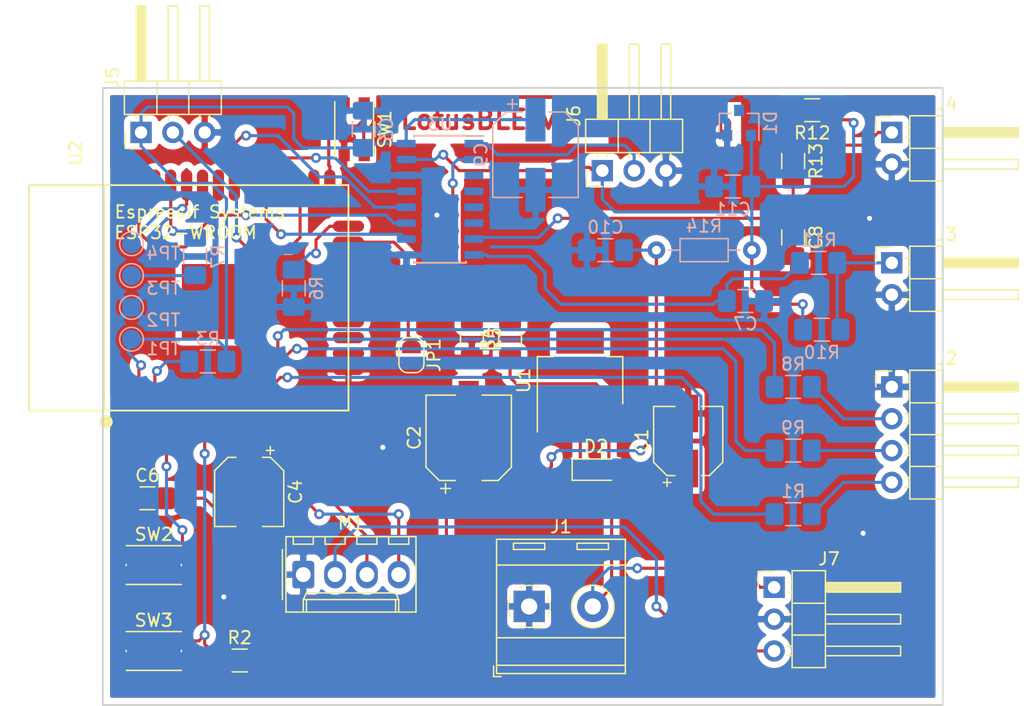
<source format=kicad_pcb>
(kicad_pcb (version 20171130) (host pcbnew 5.1.6-c6e7f7d~87~ubuntu20.04.1)
  (layers (0 F.Cu signal) (31 B.Cu signal) (34 B.Paste user) (35 F.Paste user) (36 B.SilkS user) (37 F.SilkS user) (38 B.Mask user) (39 F.Mask user) (44 Edge.Cuts user))
  (net 0 "")
  (net 1 GND)
  (net 2 +3V3)
  (net 3 /TXD)
  (net 4 /RXD)
  (net 5 /WEB_UPDATE)
  (net 6 /EN)
  (net 7 "Net-(R6-Pad2)")
  (net 8 "Net-(R7-Pad2)")
  (net 9 /IO0)
  (net 10 +12V)
  (net 11 /FAN_RPM)
  (net 12 /FAN_PWM)
  (net 13 /BUZZER)
  (net 14 /LED_B)
  (net 15 /LED_R)
  (net 16 /LED_G)
  (net 17 /VREF)
  (net 18 /PROBE1)
  (net 19 /PROBE2)
  (net 20 /ADC_DIN)
  (net 21 /ADC_DOUT)
  (net 22 /ADC_CLK)
  (net 23 /ADC_CS)
  (net 24 "Net-(J2-Pad3)")
  (net 25 "Net-(J2-Pad2)")
  (net 26 "Net-(J2-Pad4)")
  (net 27 /ADC_PROBE1)
  (net 28 /ADC_POTI)
  (net 29 /ADC_BATTERY)
  (net 30 /ADC_PROBE2)
  (net 31 "Net-(U2-Pad36)")
  (net 32 "Net-(U2-Pad33)")
  (net 33 "Net-(U2-Pad32)")
  (net 34 "Net-(U2-Pad28)")
  (net 35 "Net-(U2-Pad26)")
  (net 36 "Net-(JP1-Pad1)")
  (net 37 "Net-(U2-Pad22)")
  (net 38 "Net-(U2-Pad21)")
  (net 39 "Net-(U2-Pad20)")
  (net 40 "Net-(U2-Pad19)")
  (net 41 "Net-(U2-Pad18)")
  (net 42 "Net-(U2-Pad17)")
  (net 43 "Net-(U2-Pad16)")
  (net 44 "Net-(U2-Pad14)")
  (net 45 "Net-(U2-Pad13)")
  (net 46 "Net-(U2-Pad7)")
  (net 47 "Net-(U2-Pad5)")
  (net 48 "Net-(U2-Pad4)")
  (net 49 "Net-(U3-Pad3)")
  (net 50 "Net-(U3-Pad4)")
  (net 51 "Net-(U3-Pad5)")
  (net 52 "Net-(U3-Pad6)")
  (net 53 +BATT)
  (module TerminalBlock_RND:TerminalBlock_RND_205-00287_1x02_P5.08mm_Horizontal (layer F.Cu) (at 72.39 119.126)
    (fp_text reference J1 (at 2.54 -6.36) (layer F.SilkS))
    (fp_text value "Power Supply")
    (pad 1 thru_hole rect (at 0 0) (size 2.5 2.5) (drill 1.3) (layers *.Cu *.Mask) (net 1 GND))
    (pad 2 thru_hole circle (at 5.08 0) (size 2.5 2.5) (drill 1.3) (layers *.Cu *.Mask) (net 53 +BATT))
  )
  (module Resistor_SMD:R_1206_3216Metric_Pad1.42x1.75mm_HandSolder (layer B.Cu) (at 95.758 97.028)
    (fp_text reference R10 (at 0 1.82) (layer B.SilkS) (effects (justify mirror)))
    (fp_text value 47k)
    (pad 1 smd roundrect (at -1.4875 0) (size 1.425 1.75) (layers B.Cu B.Paste B.Mask) (roundrect_rratio 0.175439) (net 17 /VREF))
    (pad 2 smd roundrect (at 1.4875 0) (size 1.425 1.75) (layers B.Cu B.Paste B.Mask) (roundrect_rratio 0.175439) (net 18 /PROBE1))
  )
  (module ESP-32:ESP32-WROOM (layer F.Cu) (at 45.212 94.488 270)
    (fp_text reference U2 (at -11.557 9.017 270) (layer F.SilkS))
    (fp_text value ESP-32_WROOM32)
    (fp_text user "Espressif Systems" (at -6.858 -0.889) (layer F.SilkS))
    (fp_text user ESP32-WROOM (at -5.207 0.254) (layer F.SilkS))
    (pad 38 smd oval (at -9 5.25 270) (size 2.5 0.9) (layers F.Cu F.Paste F.Mask) (net 1 GND))
    (pad 37 smd oval (at -9 3.98 270) (size 2.5 0.9) (layers F.Cu F.Paste F.Mask) (net 20 /ADC_DIN))
    (pad 36 smd oval (at -9 2.71 270) (size 2.5 0.9) (layers F.Cu F.Paste F.Mask) (net 31 "Net-(U2-Pad36)"))
    (pad 35 smd oval (at -9 1.44 270) (size 2.5 0.9) (layers F.Cu F.Paste F.Mask) (net 8 "Net-(R7-Pad2)"))
    (pad 34 smd oval (at -9 0.17 270) (size 2.5 0.9) (layers F.Cu F.Paste F.Mask) (net 4 /RXD))
    (pad 33 smd oval (at -9 -1.1 270) (size 2.5 0.9) (layers F.Cu F.Paste F.Mask) (net 32 "Net-(U2-Pad33)"))
    (pad 32 smd oval (at -9 -2.37 270) (size 2.5 0.9) (layers F.Cu F.Paste F.Mask) (net 33 "Net-(U2-Pad32)"))
    (pad 31 smd oval (at -9 -3.64 270) (size 2.5 0.9) (layers F.Cu F.Paste F.Mask) (net 21 /ADC_DOUT))
    (pad 30 smd oval (at -9 -4.91 270) (size 2.5 0.9) (layers F.Cu F.Paste F.Mask) (net 22 /ADC_CLK))
    (pad 29 smd oval (at -9 -6.18 270) (size 2.5 0.9) (layers F.Cu F.Paste F.Mask) (net 23 /ADC_CS))
    (pad 28 smd oval (at -9 -7.45 270) (size 2.5 0.9) (layers F.Cu F.Paste F.Mask) (net 34 "Net-(U2-Pad28)"))
    (pad 27 smd oval (at -9 -8.72 270) (size 2.5 0.9) (layers F.Cu F.Paste F.Mask) (net 13 /BUZZER))
    (pad 26 smd oval (at -9 -9.99 270) (size 2.5 0.9) (layers F.Cu F.Paste F.Mask) (net 35 "Net-(U2-Pad26)"))
    (pad 25 smd oval (at -9 -11.26 270) (size 2.5 0.9) (layers F.Cu F.Paste F.Mask) (net 9 /IO0))
    (pad 24 smd oval (at -5.715 -12.75 270) (size 0.9 2.5) (layers F.Cu F.Paste F.Mask) (net 7 "Net-(R6-Pad2)"))
    (pad 23 smd oval (at -4.445 -12.75 270) (size 0.9 2.5) (layers F.Cu F.Paste F.Mask) (net 36 "Net-(JP1-Pad1)"))
    (pad 22 smd oval (at -3.175 -12.75 270) (size 0.9 2.5) (layers F.Cu F.Paste F.Mask) (net 37 "Net-(U2-Pad22)"))
    (pad 21 smd oval (at -1.905 -12.75 270) (size 0.9 2.5) (layers F.Cu F.Paste F.Mask) (net 38 "Net-(U2-Pad21)"))
    (pad 20 smd oval (at -0.635 -12.75 270) (size 0.9 2.5) (layers F.Cu F.Paste F.Mask) (net 39 "Net-(U2-Pad20)"))
    (pad 19 smd oval (at 0.635 -12.75 270) (size 0.9 2.5) (layers F.Cu F.Paste F.Mask) (net 40 "Net-(U2-Pad19)"))
    (pad 18 smd oval (at 1.905 -12.75 270) (size 0.9 2.5) (layers F.Cu F.Paste F.Mask) (net 41 "Net-(U2-Pad18)"))
    (pad 17 smd oval (at 3.175 -12.75 270) (size 0.9 2.5) (layers F.Cu F.Paste F.Mask) (net 42 "Net-(U2-Pad17)"))
    (pad 16 smd oval (at 4.445 -12.75 270) (size 0.9 2.5) (layers F.Cu F.Paste F.Mask) (net 43 "Net-(U2-Pad16)"))
    (pad 15 smd oval (at 5.715 -12.75 270) (size 0.9 2.5) (layers F.Cu F.Paste F.Mask) (net 1 GND))
    (pad 14 smd oval (at 9 -11.26 270) (size 2.5 0.9) (layers F.Cu F.Paste F.Mask) (net 44 "Net-(U2-Pad14)"))
    (pad 13 smd oval (at 9 -9.99 270) (size 2.5 0.9) (layers F.Cu F.Paste F.Mask) (net 45 "Net-(U2-Pad13)"))
    (pad 12 smd oval (at 9 -8.72 270) (size 2.5 0.9) (layers F.Cu F.Paste F.Mask) (net 11 /FAN_RPM))
    (pad 11 smd oval (at 9 -7.45 270) (size 2.5 0.9) (layers F.Cu F.Paste F.Mask) (net 12 /FAN_PWM))
    (pad 10 smd oval (at 9 -6.18 270) (size 2.5 0.9) (layers F.Cu F.Paste F.Mask) (net 14 /LED_B))
    (pad 9 smd oval (at 9 -4.91 270) (size 2.5 0.9) (layers F.Cu F.Paste F.Mask) (net 16 /LED_G))
    (pad 8 smd oval (at 9 -3.64 270) (size 2.5 0.9) (layers F.Cu F.Paste F.Mask) (net 15 /LED_R))
    (pad 7 smd oval (at 9 -2.37 270) (size 2.5 0.9) (layers F.Cu F.Paste F.Mask) (net 46 "Net-(U2-Pad7)"))
    (pad 6 smd oval (at 9 -1.1 270) (size 2.5 0.9) (layers F.Cu F.Paste F.Mask) (net 5 /WEB_UPDATE))
    (pad 5 smd oval (at 9 0.17 270) (size 2.5 0.9) (layers F.Cu F.Paste F.Mask) (net 47 "Net-(U2-Pad5)"))
    (pad 4 smd oval (at 9 1.44 270) (size 2.5 0.9) (layers F.Cu F.Paste F.Mask) (net 48 "Net-(U2-Pad4)"))
    (pad 3 smd oval (at 9 2.71 270) (size 2.5 0.9) (layers F.Cu F.Paste F.Mask) (net 6 /EN))
    (pad 2 smd oval (at 9 3.98 270) (size 2.5 0.9) (layers F.Cu F.Paste F.Mask) (net 2 +3V3))
    (pad 1 smd oval (at 9 5.25 270) (size 2.5 0.9) (layers F.Cu F.Paste F.Mask) (net 1 GND))
    (pad 39 smd rect (at 0.3 -2.45 270) (size 6 6) (layers F.Cu F.Paste F.Mask))
  )
  (module Capacitor_SMD:CP_Elec_5x4.4 (layer F.Cu) (at 85.09 105.918 90)
    (fp_text reference C1 (at 0 -3.7 90) (layer F.SilkS))
    (fp_text value 10µF)
    (pad 1 smd rect (at -2.2 0 90) (size 3 1.6) (layers F.Cu F.Paste F.Mask) (net 53 +BATT))
    (pad 2 smd rect (at 2.2 0 90) (size 3 1.6) (layers F.Cu F.Paste F.Mask) (net 1 GND))
  )
  (module Capacitor_SMD:CP_Elec_6.3x5.4 (layer F.Cu) (at 67.564 105.664 90)
    (fp_text reference C2 (at 0 -4.35 90) (layer F.SilkS))
    (fp_text value 100µF)
    (pad 1 smd rect (at -2.8 0 90) (size 3.5 1.6) (layers F.Cu F.Paste F.Mask) (net 2 +3V3))
    (pad 2 smd rect (at 2.8 0 90) (size 3.5 1.6) (layers F.Cu F.Paste F.Mask) (net 1 GND))
  )
  (module Capacitor_SMD:C_1206_3216Metric_Pad1.42x1.75mm_HandSolder (layer B.Cu) (at 59.182 81.026 90)
    (fp_text reference C3 (at 0 1.82 90) (layer B.SilkS) (effects (justify mirror)))
    (fp_text value 100nF)
    (pad 1 smd roundrect (at -1.4875 0 90) (size 1.425 1.75) (layers B.Cu B.Paste B.Mask) (roundrect_rratio 0.175439) (net 2 +3V3))
    (pad 2 smd roundrect (at 1.4875 0 90) (size 1.425 1.75) (layers B.Cu B.Paste B.Mask) (roundrect_rratio 0.175439) (net 1 GND))
  )
  (module Capacitor_SMD:CP_Elec_5x4.4 (layer F.Cu) (at 50.038 109.982 270)
    (fp_text reference C4 (at 0 -3.7 270) (layer F.SilkS))
    (fp_text value 10µF)
    (pad 2 smd rect (at 2.2 0 270) (size 3 1.6) (layers F.Cu F.Paste F.Mask) (net 1 GND))
    (pad 1 smd rect (at -2.2 0 270) (size 3 1.6) (layers F.Cu F.Paste F.Mask) (net 2 +3V3))
  )
  (module Capacitor_SMD:C_1206_3216Metric_Pad1.42x1.75mm_HandSolder (layer F.Cu) (at 41.91 110.49)
    (fp_text reference C6 (at 0 -1.82) (layer F.SilkS))
    (fp_text value 100nF)
    (pad 1 smd roundrect (at -1.4875 0) (size 1.425 1.75) (layers F.Cu F.Paste F.Mask) (roundrect_rratio 0.175439) (net 1 GND))
    (pad 2 smd roundrect (at 1.4875 0) (size 1.425 1.75) (layers F.Cu F.Paste F.Mask) (roundrect_rratio 0.175439) (net 2 +3V3))
  )
  (module Diode_SMD:D_SOD-323_HandSoldering (layer F.Cu) (at 77.724 108.204)
    (fp_text reference D2 (at 0 -1.85) (layer F.SilkS))
    (fp_text value DIODE)
    (pad 1 smd rect (at -1.25 0) (size 1 1) (layers F.Cu F.Paste F.Mask) (net 2 +3V3))
    (pad 2 smd rect (at 1.25 0) (size 1 1) (layers F.Cu F.Paste F.Mask) (net 53 +BATT))
  )
  (module Resistor_SMD:R_1206_3216Metric_Pad1.42x1.75mm_HandSolder (layer B.Cu) (at 93.472 111.76 180)
    (fp_text reference R1 (at 0 1.82 180) (layer B.SilkS) (effects (justify mirror)))
    (fp_text value 6.8)
    (pad 2 smd roundrect (at 1.4875 0 180) (size 1.425 1.75) (layers B.Cu B.Paste B.Mask) (roundrect_rratio 0.175439) (net 14 /LED_B))
    (pad 1 smd roundrect (at -1.4875 0 180) (size 1.425 1.75) (layers B.Cu B.Paste B.Mask) (roundrect_rratio 0.175439) (net 26 "Net-(J2-Pad4)"))
  )
  (module Resistor_SMD:R_1206_3216Metric_Pad1.42x1.75mm_HandSolder (layer F.Cu) (at 49.276 123.444)
    (fp_text reference R2 (at 0 -1.82) (layer F.SilkS))
    (fp_text value 10k)
    (pad 1 smd roundrect (at -1.4875 0) (size 1.425 1.75) (layers F.Cu F.Paste F.Mask) (roundrect_rratio 0.175439) (net 5 /WEB_UPDATE))
    (pad 2 smd roundrect (at 1.4875 0) (size 1.425 1.75) (layers F.Cu F.Paste F.Mask) (roundrect_rratio 0.175439) (net 2 +3V3))
  )
  (module Resistor_SMD:R_1206_3216Metric_Pad1.42x1.75mm_HandSolder (layer B.Cu) (at 46.736 99.568 180)
    (fp_text reference R3 (at 0 1.82 180) (layer B.SilkS) (effects (justify mirror)))
    (fp_text value 10k)
    (pad 1 smd roundrect (at -1.4875 0 180) (size 1.425 1.75) (layers B.Cu B.Paste B.Mask) (roundrect_rratio 0.175439) (net 2 +3V3))
    (pad 2 smd roundrect (at 1.4875 0 180) (size 1.425 1.75) (layers B.Cu B.Paste B.Mask) (roundrect_rratio 0.175439) (net 6 /EN))
  )
  (module Resistor_SMD:R_1206_3216Metric_Pad1.42x1.75mm_HandSolder (layer F.Cu) (at 70.866 97.79 90)
    (fp_text reference R4 (at 0 -1.82 90) (layer F.SilkS))
    (fp_text value 10k)
    (pad 2 smd roundrect (at 1.4875 0 90) (size 1.425 1.75) (layers F.Cu F.Paste F.Mask) (roundrect_rratio 0.175439) (net 29 /ADC_BATTERY))
    (pad 1 smd roundrect (at -1.4875 0 90) (size 1.425 1.75) (layers F.Cu F.Paste F.Mask) (roundrect_rratio 0.175439) (net 53 +BATT))
  )
  (module Resistor_SMD:R_1206_3216Metric_Pad1.42x1.75mm_HandSolder (layer F.Cu) (at 67.818 97.79 270)
    (fp_text reference R5 (at 0 -1.82 270) (layer F.SilkS))
    (fp_text value 1k)
    (pad 1 smd roundrect (at -1.4875 0 270) (size 1.425 1.75) (layers F.Cu F.Paste F.Mask) (roundrect_rratio 0.175439) (net 29 /ADC_BATTERY))
    (pad 2 smd roundrect (at 1.4875 0 270) (size 1.425 1.75) (layers F.Cu F.Paste F.Mask) (roundrect_rratio 0.175439) (net 1 GND))
  )
  (module Resistor_SMD:R_1206_3216Metric_Pad1.42x1.75mm_HandSolder (layer B.Cu) (at 53.594 93.726 90)
    (fp_text reference R6 (at 0 1.82 90) (layer B.SilkS) (effects (justify mirror)))
    (fp_text value 5k)
    (pad 1 smd roundrect (at -1.4875 0 90) (size 1.425 1.75) (layers B.Cu B.Paste B.Mask) (roundrect_rratio 0.175439) (net 1 GND))
    (pad 2 smd roundrect (at 1.4875 0 90) (size 1.425 1.75) (layers B.Cu B.Paste B.Mask) (roundrect_rratio 0.175439) (net 7 "Net-(R6-Pad2)"))
  )
  (module Resistor_SMD:R_1206_3216Metric_Pad1.42x1.75mm_HandSolder (layer B.Cu) (at 45.72 91.186 90)
    (fp_text reference R7 (at 0 1.82 90) (layer B.SilkS) (effects (justify mirror)))
    (fp_text value 470)
    (pad 2 smd roundrect (at 1.4875 0 90) (size 1.425 1.75) (layers B.Cu B.Paste B.Mask) (roundrect_rratio 0.175439) (net 8 "Net-(R7-Pad2)"))
    (pad 1 smd roundrect (at -1.4875 0 90) (size 1.425 1.75) (layers B.Cu B.Paste B.Mask) (roundrect_rratio 0.175439) (net 3 /TXD))
  )
  (module Button_Switch_SMD:SW_SPST_KMR2 (layer F.Cu) (at 58.42 81.026 270)
    (fp_text reference SW1 (at 0 -2.45 270) (layer F.SilkS))
    (fp_text value Prog)
    (pad 2 smd rect (at 2.05 0.8) (size 0.9 1) (layers F.Cu F.Paste F.Mask) (net 1 GND))
    (pad 1 smd rect (at 2.05 -0.8) (size 0.9 1) (layers F.Cu F.Paste F.Mask) (net 9 /IO0))
    (pad 2 smd rect (at -2.05 0.8) (size 0.9 1) (layers F.Cu F.Paste F.Mask) (net 1 GND))
    (pad 1 smd rect (at -2.05 -0.8) (size 0.9 1) (layers F.Cu F.Paste F.Mask) (net 9 /IO0))
  )
  (module Button_Switch_SMD:SW_SPST_KMR2 (layer F.Cu) (at 42.418 115.824)
    (fp_text reference SW2 (at 0 -2.45) (layer F.SilkS))
    (fp_text value Reset)
    (pad 1 smd rect (at -2.05 -0.8 90) (size 0.9 1) (layers F.Cu F.Paste F.Mask) (net 6 /EN))
    (pad 2 smd rect (at -2.05 0.8 90) (size 0.9 1) (layers F.Cu F.Paste F.Mask) (net 1 GND))
    (pad 1 smd rect (at 2.05 -0.8 90) (size 0.9 1) (layers F.Cu F.Paste F.Mask) (net 6 /EN))
    (pad 2 smd rect (at 2.05 0.8 90) (size 0.9 1) (layers F.Cu F.Paste F.Mask) (net 1 GND))
  )
  (module Button_Switch_SMD:SW_SPST_KMR2 (layer F.Cu) (at 42.418 122.682)
    (fp_text reference SW3 (at 0 -2.45) (layer F.SilkS))
    (fp_text value Webupdate)
    (pad 1 smd rect (at -2.05 -0.8 90) (size 0.9 1) (layers F.Cu F.Paste F.Mask) (net 5 /WEB_UPDATE))
    (pad 2 smd rect (at -2.05 0.8 90) (size 0.9 1) (layers F.Cu F.Paste F.Mask) (net 1 GND))
    (pad 1 smd rect (at 2.05 -0.8 90) (size 0.9 1) (layers F.Cu F.Paste F.Mask) (net 5 /WEB_UPDATE))
    (pad 2 smd rect (at 2.05 0.8 90) (size 0.9 1) (layers F.Cu F.Paste F.Mask) (net 1 GND))
  )
  (module Package_TO_SOT_SMD:SOT-223 (layer F.Cu) (at 76.454 101.092 90)
    (fp_text reference U1 (at 0 -4.5 90) (layer F.SilkS))
    (fp_text value LM1117-3.3)
    (pad 4 smd rect (at 3.15 0 90) (size 2 3.8) (layers F.Cu F.Paste F.Mask))
    (pad 2 smd rect (at -3.15 0 90) (size 2 1.5) (layers F.Cu F.Paste F.Mask) (net 2 +3V3))
    (pad 3 smd rect (at -3.15 2.3 90) (size 2 1.5) (layers F.Cu F.Paste F.Mask) (net 53 +BATT))
    (pad 1 smd rect (at -3.15 -2.3 90) (size 2 1.5) (layers F.Cu F.Paste F.Mask) (net 1 GND))
  )
  (module TestPoint:TestPoint_Pad_D1.5mm (layer B.Cu) (at 40.64 95.25)
    (fp_text reference TP2 (at 2.54 1.016) (layer B.SilkS) (effects (justify mirror)))
    (fp_text value TestPoint hide)
    (pad 1 smd circle (at 0 0) (size 1.5 1.5) (layers B.Cu B.Mask) (net 1 GND))
  )
  (module Resistor_SMD:R_1206_3216Metric_Pad1.42x1.75mm_HandSolder (layer B.Cu) (at 93.472 101.6 180)
    (fp_text reference R8 (at 0 1.82 180) (layer B.SilkS) (effects (justify mirror)))
    (fp_text value 56)
    (pad 1 smd roundrect (at -1.4875 0 180) (size 1.425 1.75) (layers B.Cu B.Paste B.Mask) (roundrect_rratio 0.175439) (net 25 "Net-(J2-Pad2)"))
    (pad 2 smd roundrect (at 1.4875 0 180) (size 1.425 1.75) (layers B.Cu B.Paste B.Mask) (roundrect_rratio 0.175439) (net 15 /LED_R))
  )
  (module Resistor_SMD:R_1206_3216Metric_Pad1.42x1.75mm_HandSolder (layer B.Cu) (at 93.472 106.68 180)
    (fp_text reference R9 (at 0 1.82 180) (layer B.SilkS) (effects (justify mirror)))
    (fp_text value 6.8)
    (pad 2 smd roundrect (at 1.4875 0 180) (size 1.425 1.75) (layers B.Cu B.Paste B.Mask) (roundrect_rratio 0.175439) (net 16 /LED_G))
    (pad 1 smd roundrect (at -1.4875 0 180) (size 1.425 1.75) (layers B.Cu B.Paste B.Mask) (roundrect_rratio 0.175439) (net 24 "Net-(J2-Pad3)"))
  )
  (module Capacitor_SMD:C_1206_3216Metric_Pad1.42x1.75mm_HandSolder (layer B.Cu) (at 89.662 94.742)
    (fp_text reference C7 (at 0 1.82) (layer B.SilkS) (effects (justify mirror)))
    (fp_text value 100nF)
    (pad 1 smd roundrect (at -1.4875 0) (size 1.425 1.75) (layers B.Cu B.Paste B.Mask) (roundrect_rratio 0.175439) (net 27 /ADC_PROBE1))
    (pad 2 smd roundrect (at 1.4875 0) (size 1.425 1.75) (layers B.Cu B.Paste B.Mask) (roundrect_rratio 0.175439) (net 1 GND))
  )
  (module Capacitor_SMD:C_1206_3216Metric_Pad1.42x1.75mm_HandSolder (layer F.Cu) (at 93.472 89.662 270)
    (fp_text reference C8 (at 0 -1.82 270) (layer F.SilkS))
    (fp_text value 100nF)
    (pad 2 smd roundrect (at 1.4875 0 270) (size 1.425 1.75) (layers F.Cu F.Paste F.Mask) (roundrect_rratio 0.175439) (net 1 GND))
    (pad 1 smd roundrect (at -1.4875 0 270) (size 1.425 1.75) (layers F.Cu F.Paste F.Mask) (roundrect_rratio 0.175439) (net 30 /ADC_PROBE2))
  )
  (module Capacitor_SMD:CP_Elec_6.3x5.4 (layer B.Cu) (at 72.898 83.058 270)
    (fp_text reference C9 (at 0 4.35 270) (layer B.SilkS) (effects (justify mirror)))
    (fp_text value 10µF)
    (pad 1 smd rect (at -2.8 0 270) (size 3.5 1.6) (layers B.Cu B.Paste B.Mask) (net 2 +3V3))
    (pad 2 smd rect (at 2.8 0 270) (size 3.5 1.6) (layers B.Cu B.Paste B.Mask) (net 1 GND))
  )
  (module Capacitor_SMD:C_1206_3216Metric_Pad1.42x1.75mm_HandSolder (layer B.Cu) (at 78.486 90.678 180)
    (fp_text reference C10 (at 0 1.82 180) (layer B.SilkS) (effects (justify mirror)))
    (fp_text value 100nF)
    (pad 1 smd roundrect (at -1.4875 0 180) (size 1.425 1.75) (layers B.Cu B.Paste B.Mask) (roundrect_rratio 0.175439) (net 2 +3V3))
    (pad 2 smd roundrect (at 1.4875 0 180) (size 1.425 1.75) (layers B.Cu B.Paste B.Mask) (roundrect_rratio 0.175439) (net 1 GND))
  )
  (module Capacitor_SMD:C_1206_3216Metric_Pad1.42x1.75mm_HandSolder (layer B.Cu) (at 88.646 85.598)
    (fp_text reference C11 (at 0 1.82) (layer B.SilkS) (effects (justify mirror)))
    (fp_text value 100nF)
    (pad 2 smd roundrect (at 1.4875 0) (size 1.425 1.75) (layers B.Cu B.Paste B.Mask) (roundrect_rratio 0.175439) (net 17 /VREF))
    (pad 1 smd roundrect (at -1.4875 0) (size 1.425 1.75) (layers B.Cu B.Paste B.Mask) (roundrect_rratio 0.175439) (net 1 GND))
  )
  (module Resistor_SMD:R_1206_3216Metric_Pad1.42x1.75mm_HandSolder (layer B.Cu) (at 95.504 91.694 180)
    (fp_text reference R11 (at 0 1.82 180) (layer B.SilkS) (effects (justify mirror)))
    (fp_text value 1k)
    (pad 2 smd roundrect (at 1.4875 0 180) (size 1.425 1.75) (layers B.Cu B.Paste B.Mask) (roundrect_rratio 0.175439) (net 27 /ADC_PROBE1))
    (pad 1 smd roundrect (at -1.4875 0 180) (size 1.425 1.75) (layers B.Cu B.Paste B.Mask) (roundrect_rratio 0.175439) (net 18 /PROBE1))
  )
  (module Resistor_SMD:R_1206_3216Metric_Pad1.42x1.75mm_HandSolder (layer F.Cu) (at 94.996 79.502 180)
    (fp_text reference R12 (at 0 -1.82 180) (layer F.SilkS))
    (fp_text value 47k)
    (pad 2 smd roundrect (at 1.4875 0 180) (size 1.425 1.75) (layers F.Cu F.Paste F.Mask) (roundrect_rratio 0.175439) (net 19 /PROBE2))
    (pad 1 smd roundrect (at -1.4875 0 180) (size 1.425 1.75) (layers F.Cu F.Paste F.Mask) (roundrect_rratio 0.175439) (net 17 /VREF))
  )
  (module Resistor_SMD:R_1206_3216Metric_Pad1.42x1.75mm_HandSolder (layer F.Cu) (at 93.472 83.566 270)
    (fp_text reference R13 (at 0 -1.82 270) (layer F.SilkS))
    (fp_text value 1k)
    (pad 1 smd roundrect (at -1.4875 0 270) (size 1.425 1.75) (layers F.Cu F.Paste F.Mask) (roundrect_rratio 0.175439) (net 19 /PROBE2))
    (pad 2 smd roundrect (at 1.4875 0 270) (size 1.425 1.75) (layers F.Cu F.Paste F.Mask) (roundrect_rratio 0.175439) (net 30 /ADC_PROBE2))
  )
  (module Package_SO:SOIC-16_3.9x9.9mm_P1.27mm (layer B.Cu) (at 65.278 86.614 180)
    (fp_text reference U3 (at 0 6 180) (layer B.SilkS) (effects (justify mirror)))
    (fp_text value MCP3208)
    (pad 1 smd rect (at -2.7 4.445 180) (size 1.5 0.6) (layers B.Cu B.Paste B.Mask) (net 28 /ADC_POTI))
    (pad 2 smd rect (at -2.7 3.175 180) (size 1.5 0.6) (layers B.Cu B.Paste B.Mask) (net 29 /ADC_BATTERY))
    (pad 3 smd rect (at -2.7 1.905 180) (size 1.5 0.6) (layers B.Cu B.Paste B.Mask) (net 49 "Net-(U3-Pad3)"))
    (pad 4 smd rect (at -2.7 0.635 180) (size 1.5 0.6) (layers B.Cu B.Paste B.Mask) (net 50 "Net-(U3-Pad4)"))
    (pad 5 smd rect (at -2.7 -0.635 180) (size 1.5 0.6) (layers B.Cu B.Paste B.Mask) (net 51 "Net-(U3-Pad5)"))
    (pad 6 smd rect (at -2.7 -1.905 180) (size 1.5 0.6) (layers B.Cu B.Paste B.Mask) (net 52 "Net-(U3-Pad6)"))
    (pad 7 smd rect (at -2.7 -3.175 180) (size 1.5 0.6) (layers B.Cu B.Paste B.Mask) (net 30 /ADC_PROBE2))
    (pad 8 smd rect (at -2.7 -4.445 180) (size 1.5 0.6) (layers B.Cu B.Paste B.Mask) (net 27 /ADC_PROBE1))
    (pad 9 smd rect (at 2.7 -4.445 180) (size 1.5 0.6) (layers B.Cu B.Paste B.Mask) (net 1 GND))
    (pad 10 smd rect (at 2.7 -3.175 180) (size 1.5 0.6) (layers B.Cu B.Paste B.Mask) (net 23 /ADC_CS))
    (pad 11 smd rect (at 2.7 -1.905 180) (size 1.5 0.6) (layers B.Cu B.Paste B.Mask) (net 20 /ADC_DIN))
    (pad 12 smd rect (at 2.7 -0.635 180) (size 1.5 0.6) (layers B.Cu B.Paste B.Mask) (net 21 /ADC_DOUT))
    (pad 13 smd rect (at 2.7 0.635 180) (size 1.5 0.6) (layers B.Cu B.Paste B.Mask) (net 22 /ADC_CLK))
    (pad 14 smd rect (at 2.7 1.905 180) (size 1.5 0.6) (layers B.Cu B.Paste B.Mask) (net 1 GND))
    (pad 15 smd rect (at 2.7 3.175 180) (size 1.5 0.6) (layers B.Cu B.Paste B.Mask) (net 17 /VREF))
    (pad 16 smd rect (at 2.7 4.445 180) (size 1.5 0.6) (layers B.Cu B.Paste B.Mask) (net 2 +3V3))
  )
  (module TestPoint:TestPoint_Pad_D1.5mm (layer B.Cu) (at 40.64 97.79)
    (fp_text reference TP1 (at 2.54 0.762) (layer B.SilkS) (effects (justify mirror)))
    (fp_text value TestPoint hide)
    (pad 1 smd circle (at 0 0) (size 1.5 1.5) (layers B.Cu B.Mask) (net 2 +3V3))
  )
  (module TestPoint:TestPoint_Pad_D1.5mm (layer B.Cu) (at 40.64 92.71)
    (fp_text reference TP3 (at 2.54 1.016) (layer B.SilkS) (effects (justify mirror)))
    (fp_text value TestPoint hide)
    (pad 1 smd circle (at 0 0) (size 1.5 1.5) (layers B.Cu B.Mask) (net 3 /TXD))
  )
  (module TestPoint:TestPoint_Pad_D1.5mm (layer B.Cu) (at 40.64 90.17)
    (fp_text reference TP4 (at 2.54 0.762) (layer B.SilkS) (effects (justify mirror)))
    (fp_text value TestPoint hide)
    (pad 1 smd circle (at 0 0) (size 1.5 1.5) (layers B.Cu B.Mask) (net 4 /RXD))
  )
  (module Package_TO_SOT_SMD:SOT-23 (layer B.Cu) (at 89.154 80.518 90)
    (fp_text reference D1 (at 0 2.5 90) (layer B.SilkS) (effects (justify mirror)))
    (fp_text value LM4040DIM3-2.5)
    (pad 1 smd rect (at -1 0.95 90) (size 0.9 0.8) (layers B.Cu B.Paste B.Mask) (net 17 /VREF))
    (pad 2 smd rect (at -1 -0.95 90) (size 0.9 0.8) (layers B.Cu B.Paste B.Mask) (net 1 GND))
    (pad 3 smd rect (at 1 0 90) (size 0.9 0.8) (layers B.Cu B.Paste B.Mask))
  )
  (module Resistor_THT:R_Axial_DIN0204_L3.6mm_D1.6mm_P7.62mm_Horizontal (layer B.Cu) (at 90.17 90.678 180)
    (fp_text reference R14 (at 3.81 1.92 180) (layer B.SilkS) (effects (justify mirror)))
    (fp_text value 2.32k)
    (pad 1 thru_hole circle (at 0 0 180) (size 1.4 1.4) (drill 0.7) (layers *.Cu *.Mask) (net 17 /VREF))
    (pad 2 thru_hole oval (at 7.62 0 180) (size 1.4 1.4) (drill 0.7) (layers *.Cu *.Mask) (net 2 +3V3))
  )
  (module Connector_Molex:Molex_KK-254_AE-6410-04A_1x04_P2.54mm_Vertical (layer F.Cu) (at 54.356 116.586)
    (fp_text reference M1 (at 3.81 -4.12) (layer F.SilkS))
    (fp_text value Fan_4pin)
    (pad 1 thru_hole roundrect (at 0 0) (size 1.74 2.19) (drill 1.19) (layers *.Cu *.Mask) (roundrect_rratio 0.143678) (net 1 GND))
    (pad 2 thru_hole oval (at 2.54 0) (size 1.74 2.19) (drill 1.19) (layers *.Cu *.Mask) (net 10 +12V))
    (pad 3 thru_hole oval (at 5.08 0) (size 1.74 2.19) (drill 1.19) (layers *.Cu *.Mask) (net 11 /FAN_RPM))
    (pad 4 thru_hole oval (at 7.62 0) (size 1.74 2.19) (drill 1.19) (layers *.Cu *.Mask) (net 12 /FAN_PWM))
  )
  (module Connector_PinHeader_2.54mm:PinHeader_1x04_P2.54mm_Horizontal (layer F.Cu) (at 101.346 101.6)
    (fp_text reference J2 (at 4.385 -2.27) (layer F.SilkS))
    (fp_text value LED)
    (pad 1 thru_hole rect (at 0 0) (size 1.7 1.7) (drill 1) (layers *.Cu *.Mask) (net 1 GND))
    (pad 2 thru_hole oval (at 0 2.54) (size 1.7 1.7) (drill 1) (layers *.Cu *.Mask) (net 25 "Net-(J2-Pad2)"))
    (pad 3 thru_hole oval (at 0 5.08) (size 1.7 1.7) (drill 1) (layers *.Cu *.Mask) (net 24 "Net-(J2-Pad3)"))
    (pad 4 thru_hole oval (at 0 7.62) (size 1.7 1.7) (drill 1) (layers *.Cu *.Mask) (net 26 "Net-(J2-Pad4)"))
  )
  (module Connector_PinHeader_2.54mm:PinHeader_1x02_P2.54mm_Horizontal (layer F.Cu) (at 101.346 91.694)
    (fp_text reference J3 (at 4.385 -2.27) (layer F.SilkS))
    (fp_text value "Probe 1")
    (pad 1 thru_hole rect (at 0 0) (size 1.7 1.7) (drill 1) (layers *.Cu *.Mask) (net 18 /PROBE1))
    (pad 2 thru_hole oval (at 0 2.54) (size 1.7 1.7) (drill 1) (layers *.Cu *.Mask) (net 1 GND))
  )
  (module Connector_PinHeader_2.54mm:PinHeader_1x02_P2.54mm_Horizontal (layer F.Cu) (at 101.346 81.28)
    (fp_text reference J4 (at 4.385 -2.27) (layer F.SilkS))
    (fp_text value "Probe 2")
    (pad 2 thru_hole oval (at 0 2.54) (size 1.7 1.7) (drill 1) (layers *.Cu *.Mask) (net 1 GND))
    (pad 1 thru_hole rect (at 0 0) (size 1.7 1.7) (drill 1) (layers *.Cu *.Mask) (net 19 /PROBE2))
  )
  (module Connector_PinHeader_2.54mm:PinHeader_1x03_P2.54mm_Horizontal (layer F.Cu) (at 41.402 81.28 90)
    (fp_text reference J5 (at 4.385 -2.27 90) (layer F.SilkS))
    (fp_text value Buzzer)
    (pad 3 thru_hole oval (at 0 5.08 90) (size 1.7 1.7) (drill 1) (layers *.Cu *.Mask) (net 1 GND))
    (pad 2 thru_hole oval (at 0 2.54 90) (size 1.7 1.7) (drill 1) (layers *.Cu *.Mask) (net 13 /BUZZER))
    (pad 1 thru_hole rect (at 0 0 90) (size 1.7 1.7) (drill 1) (layers *.Cu *.Mask) (net 2 +3V3))
  )
  (module Connector_PinHeader_2.54mm:PinHeader_1x03_P2.54mm_Horizontal (layer F.Cu) (at 78.232 84.328 90)
    (fp_text reference J6 (at 4.385 -2.27 90) (layer F.SilkS))
    (fp_text value Poti)
    (pad 3 thru_hole oval (at 0 5.08 90) (size 1.7 1.7) (drill 1) (layers *.Cu *.Mask) (net 1 GND))
    (pad 2 thru_hole oval (at 0 2.54 90) (size 1.7 1.7) (drill 1) (layers *.Cu *.Mask) (net 28 /ADC_POTI))
    (pad 1 thru_hole rect (at 0 0 90) (size 1.7 1.7) (drill 1) (layers *.Cu *.Mask) (net 17 /VREF))
  )
  (module Connector_PinHeader_2.54mm:PinHeader_1x03_P2.54mm_Horizontal (layer F.Cu) (at 91.948 117.602)
    (fp_text reference J7 (at 4.385 -2.27) (layer F.SilkS))
    (fp_text value "Step Up")
    (pad 1 thru_hole rect (at 0 0) (size 1.7 1.7) (drill 1) (layers *.Cu *.Mask) (net 53 +BATT))
    (pad 2 thru_hole oval (at 0 2.54) (size 1.7 1.7) (drill 1) (layers *.Cu *.Mask) (net 1 GND))
    (pad 3 thru_hole oval (at 0 5.08) (size 1.7 1.7) (drill 1) (layers *.Cu *.Mask) (net 10 +12V))
  )
  (module Jumper:SolderJumper-2_P1.3mm_Open_RoundedPad1.0x1.5mm (layer F.Cu) (at 62.992 99.06 270)
    (fp_text reference JP1 (at 0 -1.8 270) (layer F.SilkS))
    (fp_text value "Suppress Serial")
    (pad 1 smd custom (at -0.65 0 270) (size 1 0.5) (layers F.Cu F.Mask) (net 36 "Net-(JP1-Pad1)") (options (clearance outline) (anchor rect)) (primitives (gr_circle (center 0 0.25) (end 0.5 0.25) (width 0)) (gr_circle (center 0 -0.25) (end 0.5 -0.25) (width 0)) (gr_poly (pts (xy 0 -0.75) (xy 0.5 -0.75) (xy 0.5 0.75) (xy 0 0.75)) (width 0))))
    (pad 2 smd custom (at 0.65 0 270) (size 1 0.5) (layers F.Cu F.Mask) (net 1 GND) (options (clearance outline) (anchor rect)) (primitives (gr_circle (center 0 0.25) (end 0.5 0.25) (width 0)) (gr_circle (center 0 -0.25) (end 0.5 -0.25) (width 0)) (gr_poly (pts (xy 0 -0.75) (xy -0.5 -0.75) (xy -0.5 0.75) (xy 0 0.75)) (width 0))))
  )
  (gr_line (start 38.354 77.724) (end 105.41 77.724) (layer Edge.Cuts) (width 0.15))
  (gr_line (start 38.354 77.724) (end 38.354 127) (layer Edge.Cuts) (width 0.15))
  (gr_line (start 105.41 127) (end 38.354 127) (layer Edge.Cuts) (width 0.15))
  (gr_line (start 105.41 77.724) (end 105.41 127) (layer Edge.Cuts) (width 0.15))
  (gr_text "LotusBLE v1.0" (at 70.104 80.264) (layer F.Cu) (effects (font (size 1.5 1.5) (thickness 0.3))))
  (gr_text top (at 86.868 80.518) (layer F.Cu) (effects (font (size 1.5 1.5) (thickness 0.3))))
  (via (at 60.706 106.426) (size 0.8) (drill 0.4) (layers F.Cu B.Cu) (net 1))
  (via (at 99.06 113.284) (size 0.8) (drill 0.4) (layers F.Cu B.Cu) (net 1))
  (via (at 99.568 88.138) (size 0.8) (drill 0.4) (layers F.Cu B.Cu) (net 1))
  (via (at 65.024 87.884) (size 0.8) (drill 0.4) (layers F.Cu B.Cu) (net 1))
  (via (at 48.006 118.364) (size 0.8) (drill 0.4) (layers F.Cu B.Cu) (net 1))
  (segment (start 76.214 108.464) (end 76.474 108.204) (width 0.25) (layer F.Cu) (net 2))
  (segment (start 76.474 104.262) (end 76.454 104.242) (width 0.25) (layer F.Cu) (net 2))
  (segment (start 50.7635 123.444) (end 50.7635 122.469) (width 0.25) (layer F.Cu) (net 2))
  (segment (start 50.7635 123.444) (end 50.7635 117.0575) (width 0.25) (layer F.Cu) (net 2))
  (segment (start 50.7635 117.0575) (end 47.752 114.046) (width 0.25) (layer F.Cu) (net 2))
  (segment (start 50.038 107.974) (end 50.038 107.274) (width 0.25) (layer F.Cu) (net 2))
  (segment (start 47.752 110.26) (end 50.038 107.974) (width 0.25) (layer F.Cu) (net 2))
  (segment (start 40.386 98.85066) (end 41.402 99.86666) (width 0.25) (layer B.Cu) (net 2))
  (segment (start 40.386 97.79) (end 40.386 98.85066) (width 0.25) (layer B.Cu) (net 2))
  (via (at 41.402 99.86666) (size 0.8) (drill 0.4) (layers F.Cu B.Cu) (net 2))
  (segment (start 41.232 100.03666) (end 41.402 99.86666) (width 0.25) (layer F.Cu) (net 2))
  (segment (start 41.232 103.488) (end 41.232 100.03666) (width 0.25) (layer F.Cu) (net 2))
  (segment (start 41.44666 97.79) (end 40.386 97.79) (width 0.25) (layer B.Cu) (net 2))
  (segment (start 48.2235 98.593) (end 47.4205 97.79) (width 0.25) (layer B.Cu) (net 2))
  (segment (start 47.4205 97.79) (end 41.44666 97.79) (width 0.25) (layer B.Cu) (net 2))
  (segment (start 48.2235 99.568) (end 48.2235 98.593) (width 0.25) (layer B.Cu) (net 2))
  (segment (start 41.232 108.3245) (end 43.3975 110.49) (width 0.25) (layer F.Cu) (net 2))
  (segment (start 41.232 103.488) (end 41.232 108.3245) (width 0.25) (layer F.Cu) (net 2))
  (segment (start 46.482 110.49) (end 47.752 111.76) (width 0.25) (layer F.Cu) (net 2))
  (segment (start 43.3975 110.49) (end 46.482 110.49) (width 0.25) (layer F.Cu) (net 2))
  (segment (start 47.752 114.046) (end 47.752 111.76) (width 0.25) (layer F.Cu) (net 2))
  (segment (start 47.752 111.76) (end 47.752 110.26) (width 0.25) (layer F.Cu) (net 2))
  (segment (start 59.0185 82.169) (end 58.928 82.0785) (width 0.25) (layer B.Cu) (net 2))
  (segment (start 62.578 82.169) (end 59.0185 82.169) (width 0.25) (layer B.Cu) (net 2))
  (segment (start 79.9735 90.678) (end 82.55 90.678) (width 0.25) (layer B.Cu) (net 2))
  (segment (start 76.474 108.204) (end 76.474 107.188) (width 0.25) (layer F.Cu) (net 2))
  (segment (start 76.474 107.188) (end 76.474 104.262) (width 0.25) (layer F.Cu) (net 2))
  (segment (start 82.55 90.678) (end 82.55 91.667949) (width 0.25) (layer F.Cu) (net 2))
  (segment (start 82.55 91.667949) (end 82.55 105.156) (width 0.25) (layer F.Cu) (net 2))
  (segment (start 82.55 105.156) (end 82.55 105.41) (width 0.25) (layer F.Cu) (net 2))
  (via (at 81.28 106.68) (size 0.8) (drill 0.4) (layers F.Cu B.Cu) (net 2))
  (segment (start 82.55 105.41) (end 81.28 106.68) (width 0.25) (layer F.Cu) (net 2))
  (segment (start 81.28 106.68) (end 74.676 106.68) (width 0.25) (layer B.Cu) (net 2))
  (segment (start 74.676 106.68) (end 74.168 107.188) (width 0.25) (layer B.Cu) (net 2))
  (via (at 74.168 107.188) (size 0.8) (drill 0.4) (layers F.Cu B.Cu) (net 2))
  (segment (start 74.168 107.956) (end 73.66 108.464) (width 0.25) (layer F.Cu) (net 2))
  (segment (start 74.168 107.188) (end 74.168 107.956) (width 0.25) (layer F.Cu) (net 2))
  (segment (start 67.564 108.464) (end 73.66 108.464) (width 0.25) (layer F.Cu) (net 2))
  (segment (start 73.66 108.464) (end 76.214 108.464) (width 0.25) (layer F.Cu) (net 2))
  (segment (start 41.402 82.38) (end 44.366 85.344) (width 0.25) (layer B.Cu) (net 2))
  (segment (start 41.402 81.28) (end 41.402 82.38) (width 0.25) (layer B.Cu) (net 2))
  (segment (start 44.366 85.344) (end 46.99 85.344) (width 0.25) (layer B.Cu) (net 2))
  (segment (start 48.2235 86.5775) (end 48.2235 99.568) (width 0.25) (layer B.Cu) (net 2))
  (segment (start 46.99 85.344) (end 48.2235 86.5775) (width 0.25) (layer B.Cu) (net 2))
  (segment (start 72.898 80.258) (end 63.252 80.258) (width 0.25) (layer B.Cu) (net 2))
  (segment (start 62.578 80.932) (end 62.578 82.169) (width 0.25) (layer B.Cu) (net 2))
  (segment (start 63.252 80.258) (end 62.578 80.932) (width 0.25) (layer B.Cu) (net 2))
  (segment (start 54.3195 82.5135) (end 59.182 82.5135) (width 0.25) (layer B.Cu) (net 2))
  (segment (start 41.402 79.756) (end 41.91 79.248) (width 0.25) (layer B.Cu) (net 2))
  (segment (start 41.91 79.248) (end 53.086 79.248) (width 0.25) (layer B.Cu) (net 2))
  (segment (start 41.402 81.28) (end 41.402 79.756) (width 0.25) (layer B.Cu) (net 2))
  (segment (start 53.086 79.248) (end 53.594 79.756) (width 0.25) (layer B.Cu) (net 2))
  (segment (start 53.594 79.756) (end 53.594 81.788) (width 0.25) (layer B.Cu) (net 2))
  (segment (start 53.594 81.788) (end 54.3195 82.5135) (width 0.25) (layer B.Cu) (net 2))
  (segment (start 63.5 123.444) (end 50.7635 123.444) (width 0.25) (layer F.Cu) (net 2))
  (segment (start 64.77 122.174) (end 63.5 123.444) (width 0.25) (layer F.Cu) (net 2))
  (segment (start 66.514 108.464) (end 66.514 108.492) (width 0.25) (layer F.Cu) (net 2))
  (segment (start 66.514 108.492) (end 65.786 109.22) (width 0.25) (layer F.Cu) (net 2))
  (segment (start 65.786 116.586) (end 64.77 117.602) (width 0.25) (layer F.Cu) (net 2))
  (segment (start 67.564 108.464) (end 66.514 108.464) (width 0.25) (layer F.Cu) (net 2))
  (segment (start 65.786 109.22) (end 65.786 116.586) (width 0.25) (layer F.Cu) (net 2))
  (segment (start 64.77 117.602) (end 64.77 122.174) (width 0.25) (layer F.Cu) (net 2))
  (segment (start 45.6835 92.71) (end 45.72 92.6735) (width 0.25) (layer B.Cu) (net 3))
  (segment (start 40.386 92.71) (end 45.6835 92.71) (width 0.25) (layer B.Cu) (net 3))
  (segment (start 45.042 84.244) (end 44.958 84.328) (width 0.25) (layer F.Cu) (net 4))
  (segment (start 40.386 90.17) (end 41.135999 89.420001) (width 0.25) (layer B.Cu) (net 4))
  (segment (start 41.135999 89.420001) (end 43.18 87.376) (width 0.25) (layer B.Cu) (net 4))
  (via (at 44.704 87.376) (size 0.8) (drill 0.4) (layers F.Cu B.Cu) (net 4))
  (segment (start 43.18 87.376) (end 44.704 87.376) (width 0.25) (layer B.Cu) (net 4))
  (segment (start 45.042 87.038) (end 44.704 87.376) (width 0.25) (layer F.Cu) (net 4))
  (segment (start 45.042 85.488) (end 45.042 87.038) (width 0.25) (layer F.Cu) (net 4))
  (segment (start 41.118 121.882) (end 44.468 121.882) (width 0.25) (layer F.Cu) (net 5))
  (segment (start 40.368 121.882) (end 41.118 121.882) (width 0.25) (layer F.Cu) (net 5))
  (via (at 46.482 121.412) (size 0.8) (drill 0.4) (layers F.Cu B.Cu) (net 5))
  (segment (start 44.468 121.882) (end 46.012 121.882) (width 0.25) (layer F.Cu) (net 5))
  (segment (start 46.012 121.882) (end 46.482 121.412) (width 0.25) (layer F.Cu) (net 5))
  (segment (start 46.312 102.446) (end 46.482 102.616) (width 0.25) (layer F.Cu) (net 5))
  (segment (start 46.482 122.1375) (end 46.482 121.412) (width 0.25) (layer F.Cu) (net 5))
  (segment (start 47.7885 123.444) (end 46.482 122.1375) (width 0.25) (layer F.Cu) (net 5))
  (segment (start 46.482 121.412) (end 46.482 120.846315) (width 0.25) (layer B.Cu) (net 5))
  (via (at 46.482 106.934) (size 0.8) (drill 0.4) (layers F.Cu B.Cu) (net 5))
  (segment (start 46.482 120.846315) (end 46.482 106.934) (width 0.25) (layer B.Cu) (net 5))
  (segment (start 46.482 103.658) (end 46.312 103.488) (width 0.25) (layer F.Cu) (net 5))
  (segment (start 46.482 106.934) (end 46.482 103.658) (width 0.25) (layer F.Cu) (net 5))
  (segment (start 42.672 103.211) (end 42.672 102.616) (width 0.25) (layer F.Cu) (net 6))
  (segment (start 41.118 115.024) (end 44.468 115.024) (width 0.25) (layer F.Cu) (net 6))
  (segment (start 40.368 115.024) (end 41.118 115.024) (width 0.25) (layer F.Cu) (net 6))
  (segment (start 42.502 103.488) (end 42.502 100.5) (width 0.25) (layer F.Cu) (net 6))
  (via (at 42.672 100.33) (size 0.8) (drill 0.4) (layers F.Cu B.Cu) (net 6))
  (segment (start 42.502 100.5) (end 42.672 100.33) (width 0.25) (layer F.Cu) (net 6))
  (segment (start 43.434 99.568) (end 42.672 100.33) (width 0.25) (layer B.Cu) (net 6))
  (segment (start 45.2485 99.568) (end 43.434 99.568) (width 0.25) (layer B.Cu) (net 6))
  (segment (start 40.418 115.024) (end 40.368 115.024) (width 0.25) (layer F.Cu) (net 6))
  (segment (start 42.502 104.988) (end 43.434 105.92) (width 0.25) (layer F.Cu) (net 6))
  (segment (start 42.502 103.488) (end 42.502 104.988) (width 0.25) (layer F.Cu) (net 6))
  (via (at 43.434 107.95) (size 0.8) (drill 0.4) (layers F.Cu B.Cu) (net 6))
  (segment (start 43.434 105.92) (end 43.434 107.95) (width 0.25) (layer F.Cu) (net 6))
  (segment (start 43.434 107.95) (end 43.434 111.76) (width 0.25) (layer B.Cu) (net 6))
  (via (at 44.704 113.03) (size 0.8) (drill 0.4) (layers F.Cu B.Cu) (net 6))
  (segment (start 43.434 111.76) (end 44.704 113.03) (width 0.25) (layer B.Cu) (net 6))
  (segment (start 44.704 114.788) (end 44.468 115.024) (width 0.25) (layer F.Cu) (net 6))
  (segment (start 44.704 113.03) (end 44.704 114.788) (width 0.25) (layer F.Cu) (net 6))
  (segment (start 56.462 88.773) (end 55.372 89.863) (width 0.25) (layer F.Cu) (net 7))
  (segment (start 57.962 88.773) (end 56.462 88.773) (width 0.25) (layer F.Cu) (net 7))
  (via (at 55.372 90.932) (size 0.8) (drill 0.4) (layers F.Cu B.Cu) (net 7))
  (segment (start 55.372 89.863) (end 55.372 90.932) (width 0.25) (layer F.Cu) (net 7))
  (segment (start 54.9005 90.932) (end 53.594 92.2385) (width 0.25) (layer B.Cu) (net 7))
  (segment (start 55.372 90.932) (end 54.9005 90.932) (width 0.25) (layer B.Cu) (net 7))
  (segment (start 43.772 85.488) (end 43.772 88.984) (width 0.25) (layer F.Cu) (net 8))
  (via (at 43.942 89.154) (size 0.8) (drill 0.4) (layers F.Cu B.Cu) (net 8))
  (segment (start 43.772 88.984) (end 43.942 89.154) (width 0.25) (layer F.Cu) (net 8))
  (segment (start 45.1755 89.154) (end 45.72 89.6985) (width 0.25) (layer B.Cu) (net 8))
  (segment (start 43.942 89.154) (end 45.1755 89.154) (width 0.25) (layer B.Cu) (net 8))
  (segment (start 56.472 83.988) (end 56.388 83.904) (width 0.25) (layer F.Cu) (net 9))
  (segment (start 56.472 85.488) (end 56.472 83.988) (width 0.25) (layer F.Cu) (net 9))
  (segment (start 56.388 83.904) (end 56.388 81.788) (width 0.25) (layer F.Cu) (net 9))
  (segment (start 56.388 81.788) (end 57.404 80.772) (width 0.25) (layer F.Cu) (net 9))
  (segment (start 57.404 80.772) (end 58.674 80.772) (width 0.25) (layer F.Cu) (net 9))
  (segment (start 59.22 80.226) (end 59.22 78.976) (width 0.25) (layer F.Cu) (net 9))
  (segment (start 58.674 80.772) (end 59.22 80.226) (width 0.25) (layer F.Cu) (net 9))
  (segment (start 59.22 82.326) (end 59.182 82.288) (width 0.25) (layer F.Cu) (net 9))
  (segment (start 59.22 83.076) (end 59.22 82.326) (width 0.25) (layer F.Cu) (net 9))
  (segment (start 59.182 81.28) (end 58.674 80.772) (width 0.25) (layer F.Cu) (net 9))
  (segment (start 59.182 82.288) (end 59.182 81.28) (width 0.25) (layer F.Cu) (net 9))
  (segment (start 82.55 119.126) (end 82.55 119.126) (width 0.25) (layer B.Cu) (net 10))
  (segment (start 82.55 115.316) (end 80.01 112.776) (width 0.25) (layer B.Cu) (net 10))
  (segment (start 80.01 112.776) (end 58.674 112.776) (width 0.25) (layer B.Cu) (net 10))
  (segment (start 56.896 114.554) (end 56.896 116.586) (width 0.25) (layer B.Cu) (net 10))
  (segment (start 58.674 112.776) (end 56.896 114.554) (width 0.25) (layer B.Cu) (net 10))
  (segment (start 82.55 119.126) (end 86.106 122.682) (width 0.25) (layer F.Cu) (net 10))
  (segment (start 86.106 122.682) (end 91.948 122.682) (width 0.25) (layer F.Cu) (net 10))
  (segment (start 82.55 119.126) (end 82.55 115.316) (width 0.25) (layer B.Cu) (net 10))
  (via (at 82.55 119.126) (size 0.8) (drill 0.4) (layers F.Cu B.Cu) (net 10))
  (segment (start 53.932 108.034) (end 53.932 103.488) (width 0.25) (layer F.Cu) (net 11))
  (segment (start 59.436 116.586) (end 59.436 113.538) (width 0.25) (layer F.Cu) (net 11))
  (segment (start 59.436 113.538) (end 53.932 108.034) (width 0.25) (layer F.Cu) (net 11))
  (segment (start 52.662 103.488) (end 52.662 108.796) (width 0.25) (layer F.Cu) (net 12))
  (via (at 55.626 111.76) (size 0.8) (drill 0.4) (layers F.Cu B.Cu) (net 12))
  (segment (start 52.662 108.796) (end 55.626 111.76) (width 0.25) (layer F.Cu) (net 12))
  (segment (start 55.626 111.76) (end 61.976 111.76) (width 0.25) (layer B.Cu) (net 12))
  (via (at 61.976 111.76) (size 0.8) (drill 0.4) (layers F.Cu B.Cu) (net 12))
  (segment (start 61.976 116.586) (end 61.976 111.76) (width 0.25) (layer F.Cu) (net 12))
  (segment (start 53.932 86.988) (end 54.102 87.158) (width 0.25) (layer F.Cu) (net 13))
  (segment (start 53.932 85.488) (end 53.932 86.988) (width 0.25) (layer F.Cu) (net 13))
  (segment (start 54.102 87.158) (end 54.102 89.662) (width 0.25) (layer F.Cu) (net 13))
  (segment (start 54.102 89.662) (end 53.34 90.424) (width 0.25) (layer F.Cu) (net 13))
  (segment (start 53.34 90.424) (end 49.784 90.424) (width 0.25) (layer F.Cu) (net 13))
  (via (at 49.022 89.662) (size 0.8) (drill 0.4) (layers F.Cu B.Cu) (net 13))
  (segment (start 49.784 90.424) (end 49.022 89.662) (width 0.25) (layer F.Cu) (net 13))
  (segment (start 49.022 86.36) (end 43.942 81.28) (width 0.25) (layer B.Cu) (net 13))
  (segment (start 49.022 89.662) (end 49.022 86.36) (width 0.25) (layer B.Cu) (net 13))
  (segment (start 51.392 101.988) (end 52.542 100.838) (width 0.25) (layer F.Cu) (net 14))
  (segment (start 51.392 103.488) (end 51.392 101.988) (width 0.25) (layer F.Cu) (net 14))
  (via (at 53.086 100.838) (size 0.8) (drill 0.4) (layers F.Cu B.Cu) (net 14))
  (segment (start 52.542 100.838) (end 53.086 100.838) (width 0.25) (layer F.Cu) (net 14))
  (segment (start 87.122 111.76) (end 89.154 111.76) (width 0.25) (layer B.Cu) (net 14))
  (segment (start 86.106 110.744) (end 87.122 111.76) (width 0.25) (layer B.Cu) (net 14))
  (segment (start 89.154 111.76) (end 91.9845 111.76) (width 0.25) (layer B.Cu) (net 14))
  (segment (start 86.106 102.362) (end 86.106 110.744) (width 0.25) (layer B.Cu) (net 14))
  (segment (start 53.086 100.838) (end 84.582 100.838) (width 0.25) (layer B.Cu) (net 14))
  (segment (start 84.582 100.838) (end 86.106 102.362) (width 0.25) (layer B.Cu) (net 14))
  (segment (start 90.932 97.028) (end 91.9845 98.0805) (width 0.25) (layer B.Cu) (net 15))
  (segment (start 91.9845 98.0805) (end 91.9845 101.6) (width 0.25) (layer B.Cu) (net 15))
  (segment (start 64.008 97.028) (end 90.932 97.028) (width 0.25) (layer B.Cu) (net 15))
  (segment (start 64.008 97.028) (end 52.832 97.028) (width 0.25) (layer B.Cu) (net 15))
  (segment (start 52.832 97.028) (end 52.324 97.536) (width 0.25) (layer B.Cu) (net 15))
  (via (at 52.324 97.536) (size 0.8) (drill 0.4) (layers F.Cu B.Cu) (net 15))
  (segment (start 48.852 101.988) (end 48.852 103.488) (width 0.25) (layer F.Cu) (net 15))
  (segment (start 52.288 98.552) (end 48.852 101.988) (width 0.25) (layer F.Cu) (net 15))
  (segment (start 52.324 98.552) (end 52.288 98.552) (width 0.25) (layer F.Cu) (net 15))
  (segment (start 52.324 97.536) (end 52.324 98.552) (width 0.25) (layer F.Cu) (net 15))
  (segment (start 63.246 98.552) (end 87.884 98.552) (width 0.25) (layer B.Cu) (net 16))
  (segment (start 87.884 98.552) (end 88.9 99.568) (width 0.25) (layer B.Cu) (net 16))
  (segment (start 88.9 99.568) (end 88.9 105.918) (width 0.25) (layer B.Cu) (net 16))
  (segment (start 88.9 105.918) (end 89.662 106.68) (width 0.25) (layer B.Cu) (net 16))
  (segment (start 89.662 106.68) (end 91.9845 106.68) (width 0.25) (layer B.Cu) (net 16))
  (segment (start 63.246 98.552) (end 53.848 98.552) (width 0.25) (layer B.Cu) (net 16))
  (segment (start 50.122 101.988) (end 53.558 98.552) (width 0.25) (layer F.Cu) (net 16))
  (segment (start 50.122 103.488) (end 50.122 101.988) (width 0.25) (layer F.Cu) (net 16))
  (via (at 53.848 98.552) (size 0.8) (drill 0.4) (layers F.Cu B.Cu) (net 16))
  (segment (start 53.558 98.552) (end 53.848 98.552) (width 0.25) (layer F.Cu) (net 16))
  (segment (start 90.17 85.6345) (end 90.1335 85.598) (width 0.25) (layer B.Cu) (net 17))
  (segment (start 90.1335 81.5475) (end 90.104 81.518) (width 0.25) (layer B.Cu) (net 17))
  (segment (start 90.1335 85.598) (end 90.1335 81.5475) (width 0.25) (layer B.Cu) (net 17))
  (segment (start 89.408 87.63) (end 90.17 88.392) (width 0.25) (layer B.Cu) (net 17))
  (segment (start 90.17 90.678) (end 90.17 88.392) (width 0.25) (layer B.Cu) (net 17))
  (segment (start 90.17 88.392) (end 90.17 85.6345) (width 0.25) (layer B.Cu) (net 17))
  (segment (start 62.578 83.439) (end 63.578 83.439) (width 0.25) (layer B.Cu) (net 17))
  (segment (start 89.408 87.63) (end 79.248 87.63) (width 0.25) (layer B.Cu) (net 17))
  (segment (start 78.232 86.614) (end 78.232 84.328) (width 0.25) (layer B.Cu) (net 17))
  (segment (start 79.248 87.63) (end 78.232 86.614) (width 0.25) (layer B.Cu) (net 17))
  (segment (start 63.578 83.439) (end 64.897 83.439) (width 0.25) (layer B.Cu) (net 17))
  (via (at 65.532 83.058) (size 0.8) (drill 0.4) (layers F.Cu B.Cu) (net 17))
  (segment (start 64.897 83.439) (end 65.278 83.058) (width 0.25) (layer B.Cu) (net 17))
  (segment (start 65.278 83.058) (end 65.532 83.058) (width 0.25) (layer B.Cu) (net 17))
  (segment (start 77.47 84.328) (end 78.232 84.328) (width 0.25) (layer F.Cu) (net 17))
  (segment (start 77.216 84.074) (end 77.47 84.328) (width 0.25) (layer F.Cu) (net 17))
  (segment (start 74.93 84.074) (end 77.216 84.074) (width 0.25) (layer F.Cu) (net 17))
  (segment (start 74.676 84.328) (end 74.93 84.074) (width 0.25) (layer F.Cu) (net 17))
  (segment (start 66.802 84.328) (end 74.676 84.328) (width 0.25) (layer F.Cu) (net 17))
  (segment (start 65.532 83.058) (end 66.802 84.328) (width 0.25) (layer F.Cu) (net 17))
  (segment (start 97.254847 80.273347) (end 98.053347 80.273347) (width 0.25) (layer F.Cu) (net 17))
  (segment (start 96.4835 79.502) (end 97.254847 80.273347) (width 0.25) (layer F.Cu) (net 17))
  (via (at 98.298 80.518) (size 0.8) (drill 0.4) (layers F.Cu B.Cu) (net 17))
  (segment (start 98.053347 80.273347) (end 98.298 80.518) (width 0.25) (layer F.Cu) (net 17))
  (segment (start 97.536 85.598) (end 90.1335 85.598) (width 0.25) (layer B.Cu) (net 17))
  (segment (start 98.298 80.518) (end 98.298 84.836) (width 0.25) (layer B.Cu) (net 17))
  (segment (start 98.298 84.836) (end 97.536 85.598) (width 0.25) (layer B.Cu) (net 17))
  (segment (start 90.17 90.678) (end 90.17 93.726) (width 0.25) (layer F.Cu) (net 17))
  (segment (start 90.17 93.726) (end 91.44 94.996) (width 0.25) (layer F.Cu) (net 17))
  (via (at 94.234 94.996) (size 0.8) (drill 0.4) (layers F.Cu B.Cu) (net 17))
  (segment (start 91.44 94.996) (end 94.234 94.996) (width 0.25) (layer F.Cu) (net 17))
  (segment (start 94.234 96.9915) (end 94.2705 97.028) (width 0.25) (layer B.Cu) (net 17))
  (segment (start 94.234 94.996) (end 94.234 96.9915) (width 0.25) (layer B.Cu) (net 17))
  (segment (start 96.9915 91.694) (end 101.346 91.694) (width 0.25) (layer B.Cu) (net 18))
  (segment (start 96.9915 96.774) (end 97.2455 97.028) (width 0.25) (layer B.Cu) (net 18))
  (segment (start 96.9915 91.694) (end 96.9915 96.774) (width 0.25) (layer B.Cu) (net 18))
  (segment (start 93.472 79.5385) (end 93.5085 79.502) (width 0.25) (layer F.Cu) (net 19))
  (segment (start 93.472 82.0785) (end 93.472 79.5385) (width 0.25) (layer F.Cu) (net 19))
  (segment (start 94.447 82.0785) (end 93.472 82.0785) (width 0.25) (layer F.Cu) (net 19))
  (segment (start 94.488 82.1195) (end 94.447 82.0785) (width 0.25) (layer F.Cu) (net 19))
  (segment (start 94.488 82.296) (end 94.488 82.1195) (width 0.25) (layer F.Cu) (net 19))
  (segment (start 99.23 82.296) (end 94.488 82.296) (width 0.25) (layer F.Cu) (net 19))
  (segment (start 100.246 81.28) (end 99.23 82.296) (width 0.25) (layer F.Cu) (net 19))
  (segment (start 101.346 81.28) (end 100.246 81.28) (width 0.25) (layer F.Cu) (net 19))
  (segment (start 61.578 88.519) (end 60.943 87.884) (width 0.25) (layer B.Cu) (net 20))
  (segment (start 62.578 88.519) (end 61.578 88.519) (width 0.25) (layer B.Cu) (net 20))
  (via (at 49.784 87.884) (size 0.8) (drill 0.4) (layers F.Cu B.Cu) (net 20))
  (segment (start 60.943 87.884) (end 49.784 87.884) (width 0.25) (layer B.Cu) (net 20))
  (segment (start 49.784 87.884) (end 47.244 87.884) (width 0.25) (layer F.Cu) (net 20))
  (segment (start 47.244 87.884) (end 45.72 89.408) (width 0.25) (layer F.Cu) (net 20))
  (segment (start 45.72 89.408) (end 45.72 89.662) (width 0.25) (layer F.Cu) (net 20))
  (segment (start 45.72 89.662) (end 44.958 90.424) (width 0.25) (layer F.Cu) (net 20))
  (segment (start 44.958 90.424) (end 42.418 90.424) (width 0.25) (layer F.Cu) (net 20))
  (segment (start 41.232 89.238) (end 41.232 85.488) (width 0.25) (layer F.Cu) (net 20))
  (segment (start 42.418 90.424) (end 41.232 89.238) (width 0.25) (layer F.Cu) (net 20))
  (segment (start 48.852 83.988) (end 48.768 83.904) (width 0.25) (layer F.Cu) (net 21))
  (segment (start 48.852 85.488) (end 48.852 83.988) (width 0.25) (layer F.Cu) (net 21))
  (segment (start 48.768 83.904) (end 48.768 82.296) (width 0.25) (layer F.Cu) (net 21))
  (via (at 49.784 81.534) (size 0.8) (drill 0.4) (layers F.Cu B.Cu) (net 21))
  (segment (start 48.768 82.296) (end 49.53 81.534) (width 0.25) (layer F.Cu) (net 21))
  (segment (start 49.53 81.534) (end 49.784 81.534) (width 0.25) (layer F.Cu) (net 21))
  (segment (start 49.784 81.534) (end 52.324 81.534) (width 0.25) (layer B.Cu) (net 21))
  (segment (start 52.324 81.534) (end 55.626 84.836) (width 0.25) (layer B.Cu) (net 21))
  (segment (start 55.626 84.836) (end 57.658 84.836) (width 0.25) (layer B.Cu) (net 21))
  (segment (start 60.071 87.249) (end 62.578 87.249) (width 0.25) (layer B.Cu) (net 21))
  (segment (start 57.658 84.836) (end 60.071 87.249) (width 0.25) (layer B.Cu) (net 21))
  (via (at 55.372 83.312) (size 0.8) (drill 0.4) (layers F.Cu B.Cu) (net 22))
  (segment (start 55.372 83.312) (end 50.546 83.312) (width 0.25) (layer F.Cu) (net 22))
  (segment (start 50.122 83.736) (end 50.122 85.488) (width 0.25) (layer F.Cu) (net 22))
  (segment (start 50.546 83.312) (end 50.122 83.736) (width 0.25) (layer F.Cu) (net 22))
  (segment (start 56.896 83.312) (end 55.372 83.312) (width 0.25) (layer B.Cu) (net 22))
  (segment (start 62.578 85.979) (end 59.563 85.979) (width 0.25) (layer B.Cu) (net 22))
  (segment (start 59.563 85.979) (end 56.896 83.312) (width 0.25) (layer B.Cu) (net 22))
  (segment (start 51.392 85.488) (end 51.392 88.222) (width 0.25) (layer F.Cu) (net 23))
  (via (at 52.578 89.408) (size 0.8) (drill 0.4) (layers F.Cu B.Cu) (net 23))
  (segment (start 51.392 88.222) (end 52.578 89.408) (width 0.25) (layer F.Cu) (net 23))
  (segment (start 62.197 89.408) (end 62.578 89.789) (width 0.25) (layer B.Cu) (net 23))
  (segment (start 52.578 89.408) (end 62.197 89.408) (width 0.25) (layer B.Cu) (net 23))
  (segment (start 101.346 106.68) (end 94.9595 106.68) (width 0.25) (layer B.Cu) (net 24))
  (segment (start 97.4995 104.14) (end 94.9595 101.6) (width 0.25) (layer B.Cu) (net 25))
  (segment (start 101.346 104.14) (end 97.4995 104.14) (width 0.25) (layer B.Cu) (net 25))
  (segment (start 97.4995 109.22) (end 94.9595 111.76) (width 0.25) (layer B.Cu) (net 26))
  (segment (start 101.346 109.22) (end 97.4995 109.22) (width 0.25) (layer B.Cu) (net 26))
  (segment (start 87.122 94.996) (end 87.122 94.982) (width 0.25) (layer B.Cu) (net 27))
  (segment (start 74.93 94.996) (end 87.122 94.996) (width 0.25) (layer B.Cu) (net 27))
  (segment (start 67.978 91.059) (end 68.978 91.059) (width 0.25) (layer B.Cu) (net 27))
  (segment (start 68.978 91.059) (end 69.105 91.186) (width 0.25) (layer B.Cu) (net 27))
  (segment (start 87.122 94.982) (end 87.362 94.742) (width 0.25) (layer B.Cu) (net 27))
  (segment (start 72.39 91.186) (end 73.66 92.456) (width 0.25) (layer B.Cu) (net 27))
  (segment (start 69.105 91.186) (end 72.39 91.186) (width 0.25) (layer B.Cu) (net 27))
  (segment (start 87.362 94.742) (end 88.1745 94.742) (width 0.25) (layer B.Cu) (net 27))
  (segment (start 73.66 92.456) (end 73.66 93.726) (width 0.25) (layer B.Cu) (net 27))
  (segment (start 73.66 93.726) (end 74.93 94.996) (width 0.25) (layer B.Cu) (net 27))
  (segment (start 88.1745 94.742) (end 88.1745 93.4355) (width 0.25) (layer B.Cu) (net 27))
  (segment (start 88.1745 93.4355) (end 88.646 92.964) (width 0.25) (layer B.Cu) (net 27))
  (segment (start 92.7465 92.964) (end 94.0165 91.694) (width 0.25) (layer B.Cu) (net 27))
  (segment (start 88.646 92.964) (end 92.7465 92.964) (width 0.25) (layer B.Cu) (net 27))
  (segment (start 80.772 83.058) (end 80.772 84.328) (width 0.25) (layer B.Cu) (net 28))
  (segment (start 68.978 82.169) (end 69.867 83.058) (width 0.25) (layer B.Cu) (net 28))
  (segment (start 67.978 82.169) (end 68.978 82.169) (width 0.25) (layer B.Cu) (net 28))
  (segment (start 69.867 83.058) (end 75.438 83.058) (width 0.25) (layer B.Cu) (net 28))
  (segment (start 75.438 83.058) (end 76.2 82.296) (width 0.25) (layer B.Cu) (net 28))
  (segment (start 80.01 82.296) (end 80.772 83.058) (width 0.25) (layer B.Cu) (net 28))
  (segment (start 76.2 82.296) (end 80.01 82.296) (width 0.25) (layer B.Cu) (net 28))
  (via (at 66.294 85.344) (size 0.8) (drill 0.4) (layers F.Cu B.Cu) (net 29))
  (segment (start 66.675 83.439) (end 66.294 83.82) (width 0.25) (layer B.Cu) (net 29))
  (segment (start 67.978 83.439) (end 66.675 83.439) (width 0.25) (layer B.Cu) (net 29))
  (segment (start 66.294 83.82) (end 66.294 85.344) (width 0.25) (layer B.Cu) (net 29))
  (segment (start 69.891 96.3025) (end 67.818 96.3025) (width 0.25) (layer F.Cu) (net 29))
  (segment (start 70.866 96.3025) (end 69.891 96.3025) (width 0.25) (layer F.Cu) (net 29))
  (segment (start 66.294 85.344) (end 66.294 92.964) (width 0.25) (layer F.Cu) (net 29))
  (segment (start 67.818 94.488) (end 67.818 96.3025) (width 0.25) (layer F.Cu) (net 29))
  (segment (start 66.294 92.964) (end 67.818 94.488) (width 0.25) (layer F.Cu) (net 29))
  (segment (start 68.428 89.789) (end 68.555 89.662) (width 0.25) (layer B.Cu) (net 30))
  (segment (start 67.978 89.789) (end 68.428 89.789) (width 0.25) (layer B.Cu) (net 30))
  (segment (start 68.555 89.662) (end 73.152 89.662) (width 0.25) (layer B.Cu) (net 30))
  (segment (start 73.152 89.662) (end 74.676 88.138) (width 0.25) (layer B.Cu) (net 30))
  (via (at 74.676 88.138) (size 0.8) (drill 0.4) (layers F.Cu B.Cu) (net 30))
  (segment (start 74.676 88.138) (end 93.218 88.138) (width 0.25) (layer F.Cu) (net 30))
  (segment (start 93.472 87.362) (end 93.472 85.0535) (width 0.25) (layer F.Cu) (net 30))
  (segment (start 93.472 88.1745) (end 93.472 87.362) (width 0.25) (layer F.Cu) (net 30))
  (segment (start 62.992 97.81) (end 62.738 97.556) (width 0.25) (layer F.Cu) (net 36))
  (segment (start 62.992 98.41) (end 62.992 97.81) (width 0.25) (layer F.Cu) (net 36))
  (segment (start 62.738 97.556) (end 62.738 91.186) (width 0.25) (layer F.Cu) (net 36))
  (segment (start 61.595 90.043) (end 57.962 90.043) (width 0.25) (layer F.Cu) (net 36))
  (segment (start 62.738 91.186) (end 61.595 90.043) (width 0.25) (layer F.Cu) (net 36))
  (segment (start 43.9055 103.632) (end 43.9055 104.607) (width 0.25) (layer F.Cu) (net 48))
  (segment (start 85.004 108.204) (end 85.09 108.118) (width 0.25) (layer F.Cu) (net 53))
  (segment (start 78.974 108.204) (end 85.004 108.204) (width 0.25) (layer F.Cu) (net 53))
  (segment (start 70.838847 100.810847) (end 71.374 101.346) (width 0.25) (layer F.Cu) (net 53))
  (segment (start 71.374 101.346) (end 77.724 101.346) (width 0.25) (layer F.Cu) (net 53))
  (segment (start 78.754 102.376) (end 78.754 104.242) (width 0.25) (layer F.Cu) (net 53))
  (segment (start 77.724 101.346) (end 78.754 102.376) (width 0.25) (layer F.Cu) (net 53))
  (segment (start 78.974 117.622) (end 78.974 108.204) (width 0.25) (layer F.Cu) (net 53))
  (segment (start 70.866 100.783694) (end 70.866 99.2775) (width 0.25) (layer F.Cu) (net 53))
  (segment (start 70.838847 100.810847) (end 70.866 100.783694) (width 0.25) (layer F.Cu) (net 53))
  (segment (start 78.754 107.984) (end 78.974 108.204) (width 0.25) (layer F.Cu) (net 53))
  (segment (start 78.754 104.242) (end 78.754 107.984) (width 0.25) (layer F.Cu) (net 53))
  (segment (start 90.848 117.602) (end 89.324 116.078) (width 0.25) (layer F.Cu) (net 53))
  (segment (start 91.948 117.602) (end 90.848 117.602) (width 0.25) (layer F.Cu) (net 53))
  (via (at 81.026 116.078) (size 0.8) (drill 0.4) (layers F.Cu B.Cu) (net 53))
  (segment (start 89.324 116.078) (end 81.026 116.078) (width 0.25) (layer F.Cu) (net 53))
  (segment (start 80.460315 116.078) (end 81.026 116.078) (width 0.25) (layer B.Cu) (net 53))
  (segment (start 78.750234 116.078) (end 80.460315 116.078) (width 0.25) (layer B.Cu) (net 53))
  (segment (start 77.47 117.358234) (end 78.750234 116.078) (width 0.25) (layer B.Cu) (net 53))
  (segment (start 77.47 119.126) (end 77.47 117.358234) (width 0.25) (layer B.Cu) (net 53))
  (segment (start 78.974 117.622) (end 77.47 119.126) (width 0.25) (layer F.Cu) (net 53))
  (zone (net 1) (net_name GND) (layer B.Cu) (connect_pads (clearance 0.508)) (min_thickness 0.254) (fill yes (arc_segments 16) (thermal_gap 0.508) (thermal_bridge_width 0.508))
    (polygon (pts (xy 38.354 77.663174) (xy 105.664 77.724) (xy 105.664 127) (xy 38.354 126.939174)))
  )
  (zone (net 1) (net_name GND) (layer F.Cu) (connect_pads (clearance 0.508)) (min_thickness 0.254) (fill yes (arc_segments 16) (thermal_gap 0.508) (thermal_bridge_width 0.508))
    (polygon (pts (xy 38.354 77.724) (xy 105.41 77.724) (xy 105.41 127) (xy 38.354 127)))
  )
)
</source>
